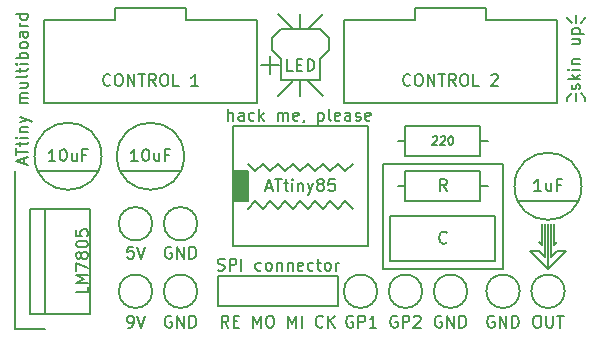
<source format=gto>
G04 (created by PCBNEW (2013-07-07 BZR 4022)-stable) date 24/05/2018 08:43:11*
%MOIN*%
G04 Gerber Fmt 3.4, Leading zero omitted, Abs format*
%FSLAX34Y34*%
G01*
G70*
G90*
G04 APERTURE LIST*
%ADD10C,0.00590551*%
%ADD11C,0.00787402*%
G04 APERTURE END LIST*
G54D10*
G54D11*
X72250Y-65000D02*
X73250Y-65000D01*
X72250Y-59750D02*
X72250Y-65000D01*
X90950Y-57150D02*
X90950Y-57400D01*
X90650Y-57300D02*
X90650Y-57400D01*
X90800Y-57150D02*
X90650Y-57300D01*
X91250Y-57300D02*
X91250Y-57400D01*
X91100Y-57150D02*
X91250Y-57300D01*
X90650Y-54650D02*
X90650Y-54600D01*
X90800Y-54800D02*
X90650Y-54650D01*
X91250Y-54650D02*
X91250Y-54600D01*
X91100Y-54800D02*
X91250Y-54650D01*
X90950Y-54550D02*
X90950Y-54800D01*
X91040Y-57021D02*
X91059Y-56984D01*
X91059Y-56909D01*
X91040Y-56871D01*
X91003Y-56853D01*
X90984Y-56853D01*
X90946Y-56871D01*
X90928Y-56909D01*
X90928Y-56965D01*
X90909Y-57002D01*
X90871Y-57021D01*
X90853Y-57021D01*
X90815Y-57002D01*
X90796Y-56965D01*
X90796Y-56909D01*
X90815Y-56871D01*
X91059Y-56684D02*
X90665Y-56684D01*
X90909Y-56646D02*
X91059Y-56534D01*
X90796Y-56534D02*
X90946Y-56684D01*
X91059Y-56365D02*
X90796Y-56365D01*
X90665Y-56365D02*
X90684Y-56384D01*
X90703Y-56365D01*
X90684Y-56346D01*
X90665Y-56365D01*
X90703Y-56365D01*
X90796Y-56178D02*
X91059Y-56178D01*
X90834Y-56178D02*
X90815Y-56159D01*
X90796Y-56121D01*
X90796Y-56065D01*
X90815Y-56028D01*
X90853Y-56009D01*
X91059Y-56009D01*
X90796Y-55353D02*
X91059Y-55353D01*
X90796Y-55521D02*
X91003Y-55521D01*
X91040Y-55503D01*
X91059Y-55465D01*
X91059Y-55409D01*
X91040Y-55371D01*
X91021Y-55353D01*
X90796Y-55165D02*
X91190Y-55165D01*
X90815Y-55165D02*
X90796Y-55128D01*
X90796Y-55053D01*
X90815Y-55015D01*
X90834Y-54997D01*
X90871Y-54978D01*
X90984Y-54978D01*
X91021Y-54997D01*
X91040Y-55015D01*
X91059Y-55053D01*
X91059Y-55128D01*
X91040Y-55165D01*
X83250Y-60750D02*
X83500Y-61000D01*
X83000Y-61000D02*
X83250Y-60750D01*
X82750Y-60750D02*
X83000Y-61000D01*
X82500Y-61000D02*
X82750Y-60750D01*
X82250Y-60750D02*
X82500Y-61000D01*
X82000Y-61000D02*
X82250Y-60750D01*
X81750Y-60750D02*
X82000Y-61000D01*
X81500Y-61000D02*
X81750Y-60750D01*
X81250Y-60750D02*
X81500Y-61000D01*
X81000Y-61000D02*
X81250Y-60750D01*
X80750Y-60750D02*
X81000Y-61000D01*
X80500Y-61000D02*
X80750Y-60750D01*
X80250Y-60750D02*
X80500Y-61000D01*
X80000Y-61000D02*
X80250Y-60750D01*
X83250Y-59750D02*
X83500Y-59500D01*
X83000Y-59500D02*
X83250Y-59750D01*
X82750Y-59750D02*
X83000Y-59500D01*
X82500Y-59500D02*
X82750Y-59750D01*
X82250Y-59750D02*
X82500Y-59500D01*
X82000Y-59500D02*
X82250Y-59750D01*
X81750Y-59750D02*
X82000Y-59500D01*
X81500Y-59500D02*
X81750Y-59750D01*
X81250Y-59750D02*
X81500Y-59500D01*
X81000Y-59500D02*
X81250Y-59750D01*
X80750Y-59750D02*
X81000Y-59500D01*
X80500Y-59500D02*
X80750Y-59750D01*
X80250Y-59750D02*
X80500Y-59500D01*
X80000Y-59500D02*
X80250Y-59750D01*
X80250Y-59750D02*
X80000Y-59500D01*
X90300Y-62400D02*
X90600Y-62400D01*
X89400Y-62400D02*
X89700Y-62400D01*
X90200Y-62200D02*
X90300Y-62100D01*
X90200Y-61500D02*
X90200Y-62200D01*
X89800Y-62200D02*
X89700Y-62100D01*
X89800Y-61500D02*
X89800Y-62200D01*
X90000Y-63000D02*
X89400Y-62400D01*
X90000Y-63000D02*
X90600Y-62400D01*
X89900Y-61500D02*
X89900Y-62600D01*
X89900Y-62600D02*
X89700Y-62400D01*
X90100Y-62600D02*
X90300Y-62400D01*
X90100Y-61500D02*
X90100Y-62600D01*
X82400Y-55000D02*
X81100Y-55000D01*
X82700Y-55300D02*
X82400Y-55000D01*
X80800Y-55300D02*
X81100Y-55000D01*
X80800Y-55700D02*
X81100Y-56000D01*
X80800Y-55300D02*
X80800Y-55700D01*
X82400Y-56000D02*
X82700Y-55700D01*
X82700Y-55300D02*
X82700Y-55700D01*
X82400Y-56700D02*
X82400Y-56000D01*
X81100Y-56700D02*
X82400Y-56700D01*
X81100Y-56000D02*
X81100Y-56700D01*
X82000Y-55000D02*
X82500Y-54500D01*
X78994Y-63040D02*
X79050Y-63059D01*
X79143Y-63059D01*
X79181Y-63040D01*
X79200Y-63021D01*
X79218Y-62984D01*
X79218Y-62946D01*
X79200Y-62909D01*
X79181Y-62890D01*
X79143Y-62871D01*
X79068Y-62853D01*
X79031Y-62834D01*
X79012Y-62815D01*
X78994Y-62778D01*
X78994Y-62740D01*
X79012Y-62703D01*
X79031Y-62684D01*
X79068Y-62665D01*
X79162Y-62665D01*
X79218Y-62684D01*
X79387Y-63059D02*
X79387Y-62665D01*
X79537Y-62665D01*
X79575Y-62684D01*
X79593Y-62703D01*
X79612Y-62740D01*
X79612Y-62796D01*
X79593Y-62834D01*
X79575Y-62853D01*
X79537Y-62871D01*
X79387Y-62871D01*
X79781Y-63059D02*
X79781Y-62665D01*
X80437Y-63040D02*
X80400Y-63059D01*
X80325Y-63059D01*
X80287Y-63040D01*
X80268Y-63021D01*
X80250Y-62984D01*
X80250Y-62871D01*
X80268Y-62834D01*
X80287Y-62815D01*
X80325Y-62796D01*
X80400Y-62796D01*
X80437Y-62815D01*
X80662Y-63059D02*
X80625Y-63040D01*
X80606Y-63021D01*
X80587Y-62984D01*
X80587Y-62871D01*
X80606Y-62834D01*
X80625Y-62815D01*
X80662Y-62796D01*
X80718Y-62796D01*
X80756Y-62815D01*
X80775Y-62834D01*
X80793Y-62871D01*
X80793Y-62984D01*
X80775Y-63021D01*
X80756Y-63040D01*
X80718Y-63059D01*
X80662Y-63059D01*
X80962Y-62796D02*
X80962Y-63059D01*
X80962Y-62834D02*
X80981Y-62815D01*
X81018Y-62796D01*
X81074Y-62796D01*
X81112Y-62815D01*
X81131Y-62853D01*
X81131Y-63059D01*
X81318Y-62796D02*
X81318Y-63059D01*
X81318Y-62834D02*
X81337Y-62815D01*
X81374Y-62796D01*
X81431Y-62796D01*
X81468Y-62815D01*
X81487Y-62853D01*
X81487Y-63059D01*
X81824Y-63040D02*
X81787Y-63059D01*
X81712Y-63059D01*
X81674Y-63040D01*
X81656Y-63003D01*
X81656Y-62853D01*
X81674Y-62815D01*
X81712Y-62796D01*
X81787Y-62796D01*
X81824Y-62815D01*
X81843Y-62853D01*
X81843Y-62890D01*
X81656Y-62928D01*
X82181Y-63040D02*
X82143Y-63059D01*
X82068Y-63059D01*
X82031Y-63040D01*
X82012Y-63021D01*
X81993Y-62984D01*
X81993Y-62871D01*
X82012Y-62834D01*
X82031Y-62815D01*
X82068Y-62796D01*
X82143Y-62796D01*
X82181Y-62815D01*
X82293Y-62796D02*
X82443Y-62796D01*
X82349Y-62665D02*
X82349Y-63003D01*
X82368Y-63040D01*
X82406Y-63059D01*
X82443Y-63059D01*
X82631Y-63059D02*
X82593Y-63040D01*
X82574Y-63021D01*
X82556Y-62984D01*
X82556Y-62871D01*
X82574Y-62834D01*
X82593Y-62815D01*
X82631Y-62796D01*
X82687Y-62796D01*
X82724Y-62815D01*
X82743Y-62834D01*
X82762Y-62871D01*
X82762Y-62984D01*
X82743Y-63021D01*
X82724Y-63040D01*
X82687Y-63059D01*
X82631Y-63059D01*
X82931Y-63059D02*
X82931Y-62796D01*
X82931Y-62871D02*
X82949Y-62834D01*
X82968Y-62815D01*
X83005Y-62796D01*
X83043Y-62796D01*
X79328Y-58059D02*
X79328Y-57665D01*
X79497Y-58059D02*
X79497Y-57853D01*
X79478Y-57815D01*
X79440Y-57796D01*
X79384Y-57796D01*
X79347Y-57815D01*
X79328Y-57834D01*
X79853Y-58059D02*
X79853Y-57853D01*
X79834Y-57815D01*
X79797Y-57796D01*
X79722Y-57796D01*
X79684Y-57815D01*
X79853Y-58040D02*
X79815Y-58059D01*
X79722Y-58059D01*
X79684Y-58040D01*
X79665Y-58003D01*
X79665Y-57965D01*
X79684Y-57928D01*
X79722Y-57909D01*
X79815Y-57909D01*
X79853Y-57890D01*
X80209Y-58040D02*
X80172Y-58059D01*
X80097Y-58059D01*
X80059Y-58040D01*
X80040Y-58021D01*
X80022Y-57984D01*
X80022Y-57871D01*
X80040Y-57834D01*
X80059Y-57815D01*
X80097Y-57796D01*
X80172Y-57796D01*
X80209Y-57815D01*
X80378Y-58059D02*
X80378Y-57665D01*
X80415Y-57909D02*
X80528Y-58059D01*
X80528Y-57796D02*
X80378Y-57946D01*
X80996Y-58059D02*
X80996Y-57796D01*
X80996Y-57834D02*
X81015Y-57815D01*
X81053Y-57796D01*
X81109Y-57796D01*
X81146Y-57815D01*
X81165Y-57853D01*
X81165Y-58059D01*
X81165Y-57853D02*
X81184Y-57815D01*
X81221Y-57796D01*
X81278Y-57796D01*
X81315Y-57815D01*
X81334Y-57853D01*
X81334Y-58059D01*
X81671Y-58040D02*
X81634Y-58059D01*
X81559Y-58059D01*
X81521Y-58040D01*
X81503Y-58003D01*
X81503Y-57853D01*
X81521Y-57815D01*
X81559Y-57796D01*
X81634Y-57796D01*
X81671Y-57815D01*
X81690Y-57853D01*
X81690Y-57890D01*
X81503Y-57928D01*
X81878Y-58040D02*
X81878Y-58059D01*
X81859Y-58096D01*
X81840Y-58115D01*
X82346Y-57796D02*
X82346Y-58190D01*
X82346Y-57815D02*
X82384Y-57796D01*
X82459Y-57796D01*
X82496Y-57815D01*
X82515Y-57834D01*
X82534Y-57871D01*
X82534Y-57984D01*
X82515Y-58021D01*
X82496Y-58040D01*
X82459Y-58059D01*
X82384Y-58059D01*
X82346Y-58040D01*
X82759Y-58059D02*
X82721Y-58040D01*
X82702Y-58003D01*
X82702Y-57665D01*
X83059Y-58040D02*
X83021Y-58059D01*
X82946Y-58059D01*
X82909Y-58040D01*
X82890Y-58003D01*
X82890Y-57853D01*
X82909Y-57815D01*
X82946Y-57796D01*
X83021Y-57796D01*
X83059Y-57815D01*
X83077Y-57853D01*
X83077Y-57890D01*
X82890Y-57928D01*
X83415Y-58059D02*
X83415Y-57853D01*
X83396Y-57815D01*
X83359Y-57796D01*
X83284Y-57796D01*
X83246Y-57815D01*
X83415Y-58040D02*
X83377Y-58059D01*
X83284Y-58059D01*
X83246Y-58040D01*
X83227Y-58003D01*
X83227Y-57965D01*
X83246Y-57928D01*
X83284Y-57909D01*
X83377Y-57909D01*
X83415Y-57890D01*
X83584Y-58040D02*
X83621Y-58059D01*
X83696Y-58059D01*
X83734Y-58040D01*
X83752Y-58003D01*
X83752Y-57984D01*
X83734Y-57946D01*
X83696Y-57928D01*
X83640Y-57928D01*
X83602Y-57909D01*
X83584Y-57871D01*
X83584Y-57853D01*
X83602Y-57815D01*
X83640Y-57796D01*
X83696Y-57796D01*
X83734Y-57815D01*
X84071Y-58040D02*
X84034Y-58059D01*
X83959Y-58059D01*
X83921Y-58040D01*
X83902Y-58003D01*
X83902Y-57853D01*
X83921Y-57815D01*
X83959Y-57796D01*
X84034Y-57796D01*
X84071Y-57815D01*
X84090Y-57853D01*
X84090Y-57890D01*
X83902Y-57928D01*
X72546Y-59512D02*
X72546Y-59324D01*
X72659Y-59549D02*
X72265Y-59418D01*
X72659Y-59287D01*
X72265Y-59212D02*
X72265Y-58987D01*
X72659Y-59099D02*
X72265Y-59099D01*
X72396Y-58912D02*
X72396Y-58762D01*
X72265Y-58856D02*
X72603Y-58856D01*
X72640Y-58837D01*
X72659Y-58799D01*
X72659Y-58762D01*
X72659Y-58631D02*
X72396Y-58631D01*
X72265Y-58631D02*
X72284Y-58649D01*
X72303Y-58631D01*
X72284Y-58612D01*
X72265Y-58631D01*
X72303Y-58631D01*
X72396Y-58443D02*
X72659Y-58443D01*
X72434Y-58443D02*
X72415Y-58424D01*
X72396Y-58387D01*
X72396Y-58331D01*
X72415Y-58293D01*
X72453Y-58274D01*
X72659Y-58274D01*
X72396Y-58124D02*
X72659Y-58031D01*
X72396Y-57937D02*
X72659Y-58031D01*
X72753Y-58068D01*
X72771Y-58087D01*
X72790Y-58124D01*
X72659Y-57487D02*
X72396Y-57487D01*
X72434Y-57487D02*
X72415Y-57468D01*
X72396Y-57431D01*
X72396Y-57374D01*
X72415Y-57337D01*
X72453Y-57318D01*
X72659Y-57318D01*
X72453Y-57318D02*
X72415Y-57299D01*
X72396Y-57262D01*
X72396Y-57206D01*
X72415Y-57168D01*
X72453Y-57149D01*
X72659Y-57149D01*
X72396Y-56793D02*
X72659Y-56793D01*
X72396Y-56962D02*
X72603Y-56962D01*
X72640Y-56943D01*
X72659Y-56906D01*
X72659Y-56850D01*
X72640Y-56812D01*
X72621Y-56793D01*
X72659Y-56550D02*
X72640Y-56587D01*
X72603Y-56606D01*
X72265Y-56606D01*
X72396Y-56456D02*
X72396Y-56306D01*
X72265Y-56400D02*
X72603Y-56400D01*
X72640Y-56381D01*
X72659Y-56343D01*
X72659Y-56306D01*
X72659Y-56175D02*
X72396Y-56175D01*
X72265Y-56175D02*
X72284Y-56193D01*
X72303Y-56175D01*
X72284Y-56156D01*
X72265Y-56175D01*
X72303Y-56175D01*
X72659Y-55987D02*
X72265Y-55987D01*
X72415Y-55987D02*
X72396Y-55950D01*
X72396Y-55875D01*
X72415Y-55837D01*
X72434Y-55818D01*
X72471Y-55800D01*
X72584Y-55800D01*
X72621Y-55818D01*
X72640Y-55837D01*
X72659Y-55875D01*
X72659Y-55950D01*
X72640Y-55987D01*
X72659Y-55575D02*
X72640Y-55612D01*
X72621Y-55631D01*
X72584Y-55650D01*
X72471Y-55650D01*
X72434Y-55631D01*
X72415Y-55612D01*
X72396Y-55575D01*
X72396Y-55518D01*
X72415Y-55481D01*
X72434Y-55462D01*
X72471Y-55443D01*
X72584Y-55443D01*
X72621Y-55462D01*
X72640Y-55481D01*
X72659Y-55518D01*
X72659Y-55575D01*
X72659Y-55106D02*
X72453Y-55106D01*
X72415Y-55125D01*
X72396Y-55162D01*
X72396Y-55237D01*
X72415Y-55275D01*
X72640Y-55106D02*
X72659Y-55143D01*
X72659Y-55237D01*
X72640Y-55275D01*
X72603Y-55293D01*
X72565Y-55293D01*
X72528Y-55275D01*
X72509Y-55237D01*
X72509Y-55143D01*
X72490Y-55106D01*
X72659Y-54919D02*
X72396Y-54919D01*
X72471Y-54919D02*
X72434Y-54900D01*
X72415Y-54881D01*
X72396Y-54844D01*
X72396Y-54806D01*
X72659Y-54506D02*
X72265Y-54506D01*
X72640Y-54506D02*
X72659Y-54544D01*
X72659Y-54619D01*
X72640Y-54656D01*
X72621Y-54675D01*
X72584Y-54694D01*
X72471Y-54694D01*
X72434Y-54675D01*
X72415Y-54656D01*
X72396Y-54619D01*
X72396Y-54544D01*
X72415Y-54506D01*
X81500Y-55000D02*
X81000Y-54500D01*
X81750Y-55000D02*
X81750Y-54500D01*
X81500Y-56750D02*
X81000Y-57250D01*
X82000Y-56750D02*
X82500Y-57250D01*
X81750Y-56750D02*
X81750Y-57250D01*
X90000Y-61500D02*
X90000Y-63000D01*
X84500Y-63000D02*
X84500Y-59500D01*
X88500Y-63000D02*
X84500Y-63000D01*
X88500Y-59500D02*
X88500Y-63000D01*
X84500Y-59500D02*
X88500Y-59500D01*
G54D10*
X77750Y-59750D02*
X75750Y-59750D01*
X77868Y-59250D02*
G75*
G03X77868Y-59250I-1118J0D01*
G74*
G01*
X80293Y-54712D02*
X80293Y-57468D01*
X73206Y-54712D02*
X73206Y-57468D01*
X73206Y-57468D02*
X80293Y-57468D01*
X77931Y-54318D02*
X77931Y-54712D01*
X77931Y-54712D02*
X80293Y-54712D01*
X75568Y-54318D02*
X75568Y-54712D01*
X75568Y-54712D02*
X73206Y-54712D01*
X75568Y-54318D02*
X77931Y-54318D01*
X90293Y-54712D02*
X90293Y-57468D01*
X83206Y-54712D02*
X83206Y-57468D01*
X83206Y-57468D02*
X90293Y-57468D01*
X87931Y-54318D02*
X87931Y-54712D01*
X87931Y-54712D02*
X90293Y-54712D01*
X85568Y-54318D02*
X85568Y-54712D01*
X85568Y-54712D02*
X83206Y-54712D01*
X85568Y-54318D02*
X87931Y-54318D01*
X75000Y-59750D02*
X73000Y-59750D01*
X75118Y-59250D02*
G75*
G03X75118Y-59250I-1118J0D01*
G74*
G01*
X87750Y-58750D02*
X88000Y-58750D01*
X85000Y-58750D02*
X85250Y-58750D01*
X85250Y-58750D02*
X85250Y-58250D01*
X85250Y-58250D02*
X87750Y-58250D01*
X87750Y-58250D02*
X87750Y-59000D01*
X87750Y-59000D02*
X87750Y-59250D01*
X87750Y-59250D02*
X85250Y-59250D01*
X85250Y-59250D02*
X85250Y-58750D01*
X79950Y-59750D02*
X79950Y-60750D01*
X79900Y-59750D02*
X79900Y-60750D01*
X79850Y-59750D02*
X79850Y-60750D01*
X79800Y-59750D02*
X79800Y-60750D01*
X79750Y-59750D02*
X79750Y-60750D01*
X79700Y-59750D02*
X79700Y-60750D01*
X79650Y-59750D02*
X79650Y-60750D01*
X79600Y-59750D02*
X79600Y-60750D01*
X79550Y-59750D02*
X79550Y-60750D01*
X79500Y-62250D02*
X84000Y-62250D01*
X79500Y-58250D02*
X84000Y-58250D01*
X84000Y-58250D02*
X84000Y-62250D01*
X79500Y-59750D02*
X80000Y-59750D01*
X80000Y-59750D02*
X80000Y-60750D01*
X80000Y-60750D02*
X79500Y-60750D01*
X79500Y-58250D02*
X79500Y-62250D01*
X76806Y-63750D02*
G75*
G03X76806Y-63750I-556J0D01*
G74*
G01*
X78306Y-63750D02*
G75*
G03X78306Y-63750I-556J0D01*
G74*
G01*
X90556Y-63750D02*
G75*
G03X90556Y-63750I-556J0D01*
G74*
G01*
X87306Y-63750D02*
G75*
G03X87306Y-63750I-556J0D01*
G74*
G01*
X89056Y-63750D02*
G75*
G03X89056Y-63750I-556J0D01*
G74*
G01*
X78306Y-61500D02*
G75*
G03X78306Y-61500I-556J0D01*
G74*
G01*
X76806Y-61500D02*
G75*
G03X76806Y-61500I-556J0D01*
G74*
G01*
X85806Y-63750D02*
G75*
G03X85806Y-63750I-556J0D01*
G74*
G01*
X84306Y-63750D02*
G75*
G03X84306Y-63750I-556J0D01*
G74*
G01*
X73250Y-64500D02*
X73250Y-61000D01*
X74750Y-61000D02*
X72750Y-61000D01*
X74750Y-64500D02*
X72750Y-64500D01*
X72750Y-64500D02*
X72750Y-61000D01*
X74750Y-64500D02*
X74750Y-61000D01*
X91000Y-60750D02*
X89000Y-60750D01*
X91118Y-60250D02*
G75*
G03X91118Y-60250I-1118J0D01*
G74*
G01*
X79000Y-64250D02*
X83000Y-64250D01*
X79000Y-63250D02*
X83000Y-63250D01*
X79000Y-63250D02*
X79000Y-64250D01*
X83000Y-63250D02*
X83000Y-64250D01*
X87750Y-60250D02*
X88000Y-60250D01*
X85000Y-60250D02*
X85250Y-60250D01*
X85250Y-60250D02*
X85250Y-59750D01*
X85250Y-59750D02*
X87750Y-59750D01*
X87750Y-59750D02*
X87750Y-60500D01*
X87750Y-60500D02*
X87750Y-60750D01*
X87750Y-60750D02*
X85250Y-60750D01*
X85250Y-60750D02*
X85250Y-60250D01*
X88250Y-62750D02*
X84750Y-62750D01*
X84750Y-62750D02*
X84750Y-61250D01*
X84750Y-61250D02*
X88250Y-61250D01*
X88250Y-61250D02*
X88250Y-62750D01*
X81050Y-56200D02*
X80450Y-56200D01*
X80750Y-55900D02*
X80750Y-56500D01*
G54D11*
X76328Y-59409D02*
X76103Y-59409D01*
X76215Y-59409D02*
X76215Y-59015D01*
X76178Y-59071D01*
X76140Y-59109D01*
X76103Y-59128D01*
X76571Y-59015D02*
X76609Y-59015D01*
X76646Y-59034D01*
X76665Y-59053D01*
X76684Y-59090D01*
X76703Y-59165D01*
X76703Y-59259D01*
X76684Y-59334D01*
X76665Y-59371D01*
X76646Y-59390D01*
X76609Y-59409D01*
X76571Y-59409D01*
X76534Y-59390D01*
X76515Y-59371D01*
X76496Y-59334D01*
X76478Y-59259D01*
X76478Y-59165D01*
X76496Y-59090D01*
X76515Y-59053D01*
X76534Y-59034D01*
X76571Y-59015D01*
X77040Y-59146D02*
X77040Y-59409D01*
X76871Y-59146D02*
X76871Y-59353D01*
X76890Y-59390D01*
X76928Y-59409D01*
X76984Y-59409D01*
X77021Y-59390D01*
X77040Y-59371D01*
X77359Y-59203D02*
X77228Y-59203D01*
X77228Y-59409D02*
X77228Y-59015D01*
X77415Y-59015D01*
X75409Y-56871D02*
X75390Y-56890D01*
X75334Y-56909D01*
X75297Y-56909D01*
X75240Y-56890D01*
X75203Y-56853D01*
X75184Y-56815D01*
X75165Y-56740D01*
X75165Y-56684D01*
X75184Y-56609D01*
X75203Y-56571D01*
X75240Y-56534D01*
X75297Y-56515D01*
X75334Y-56515D01*
X75390Y-56534D01*
X75409Y-56553D01*
X75653Y-56515D02*
X75728Y-56515D01*
X75765Y-56534D01*
X75803Y-56571D01*
X75821Y-56646D01*
X75821Y-56778D01*
X75803Y-56853D01*
X75765Y-56890D01*
X75728Y-56909D01*
X75653Y-56909D01*
X75615Y-56890D01*
X75578Y-56853D01*
X75559Y-56778D01*
X75559Y-56646D01*
X75578Y-56571D01*
X75615Y-56534D01*
X75653Y-56515D01*
X75990Y-56909D02*
X75990Y-56515D01*
X76215Y-56909D01*
X76215Y-56515D01*
X76346Y-56515D02*
X76571Y-56515D01*
X76459Y-56909D02*
X76459Y-56515D01*
X76928Y-56909D02*
X76796Y-56721D01*
X76703Y-56909D02*
X76703Y-56515D01*
X76853Y-56515D01*
X76890Y-56534D01*
X76909Y-56553D01*
X76928Y-56590D01*
X76928Y-56646D01*
X76909Y-56684D01*
X76890Y-56703D01*
X76853Y-56721D01*
X76703Y-56721D01*
X77171Y-56515D02*
X77246Y-56515D01*
X77284Y-56534D01*
X77321Y-56571D01*
X77340Y-56646D01*
X77340Y-56778D01*
X77321Y-56853D01*
X77284Y-56890D01*
X77246Y-56909D01*
X77171Y-56909D01*
X77134Y-56890D01*
X77096Y-56853D01*
X77078Y-56778D01*
X77078Y-56646D01*
X77096Y-56571D01*
X77134Y-56534D01*
X77171Y-56515D01*
X77696Y-56909D02*
X77509Y-56909D01*
X77509Y-56515D01*
X78334Y-56909D02*
X78109Y-56909D01*
X78221Y-56909D02*
X78221Y-56515D01*
X78184Y-56571D01*
X78146Y-56609D01*
X78109Y-56628D01*
X85409Y-56871D02*
X85390Y-56890D01*
X85334Y-56909D01*
X85297Y-56909D01*
X85240Y-56890D01*
X85203Y-56853D01*
X85184Y-56815D01*
X85165Y-56740D01*
X85165Y-56684D01*
X85184Y-56609D01*
X85203Y-56571D01*
X85240Y-56534D01*
X85297Y-56515D01*
X85334Y-56515D01*
X85390Y-56534D01*
X85409Y-56553D01*
X85653Y-56515D02*
X85728Y-56515D01*
X85765Y-56534D01*
X85803Y-56571D01*
X85821Y-56646D01*
X85821Y-56778D01*
X85803Y-56853D01*
X85765Y-56890D01*
X85728Y-56909D01*
X85653Y-56909D01*
X85615Y-56890D01*
X85578Y-56853D01*
X85559Y-56778D01*
X85559Y-56646D01*
X85578Y-56571D01*
X85615Y-56534D01*
X85653Y-56515D01*
X85990Y-56909D02*
X85990Y-56515D01*
X86215Y-56909D01*
X86215Y-56515D01*
X86346Y-56515D02*
X86571Y-56515D01*
X86459Y-56909D02*
X86459Y-56515D01*
X86928Y-56909D02*
X86796Y-56721D01*
X86703Y-56909D02*
X86703Y-56515D01*
X86853Y-56515D01*
X86890Y-56534D01*
X86909Y-56553D01*
X86928Y-56590D01*
X86928Y-56646D01*
X86909Y-56684D01*
X86890Y-56703D01*
X86853Y-56721D01*
X86703Y-56721D01*
X87171Y-56515D02*
X87246Y-56515D01*
X87284Y-56534D01*
X87321Y-56571D01*
X87340Y-56646D01*
X87340Y-56778D01*
X87321Y-56853D01*
X87284Y-56890D01*
X87246Y-56909D01*
X87171Y-56909D01*
X87134Y-56890D01*
X87096Y-56853D01*
X87078Y-56778D01*
X87078Y-56646D01*
X87096Y-56571D01*
X87134Y-56534D01*
X87171Y-56515D01*
X87696Y-56909D02*
X87509Y-56909D01*
X87509Y-56515D01*
X88109Y-56553D02*
X88127Y-56534D01*
X88165Y-56515D01*
X88259Y-56515D01*
X88296Y-56534D01*
X88315Y-56553D01*
X88334Y-56590D01*
X88334Y-56628D01*
X88315Y-56684D01*
X88090Y-56909D01*
X88334Y-56909D01*
X73578Y-59409D02*
X73353Y-59409D01*
X73465Y-59409D02*
X73465Y-59015D01*
X73428Y-59071D01*
X73390Y-59109D01*
X73353Y-59128D01*
X73821Y-59015D02*
X73859Y-59015D01*
X73896Y-59034D01*
X73915Y-59053D01*
X73934Y-59090D01*
X73953Y-59165D01*
X73953Y-59259D01*
X73934Y-59334D01*
X73915Y-59371D01*
X73896Y-59390D01*
X73859Y-59409D01*
X73821Y-59409D01*
X73784Y-59390D01*
X73765Y-59371D01*
X73746Y-59334D01*
X73728Y-59259D01*
X73728Y-59165D01*
X73746Y-59090D01*
X73765Y-59053D01*
X73784Y-59034D01*
X73821Y-59015D01*
X74290Y-59146D02*
X74290Y-59409D01*
X74121Y-59146D02*
X74121Y-59353D01*
X74140Y-59390D01*
X74178Y-59409D01*
X74234Y-59409D01*
X74271Y-59390D01*
X74290Y-59371D01*
X74609Y-59203D02*
X74478Y-59203D01*
X74478Y-59409D02*
X74478Y-59015D01*
X74665Y-59015D01*
G54D10*
X86158Y-58612D02*
X86171Y-58599D01*
X86198Y-58585D01*
X86263Y-58585D01*
X86290Y-58599D01*
X86303Y-58612D01*
X86316Y-58638D01*
X86316Y-58664D01*
X86303Y-58704D01*
X86145Y-58861D01*
X86316Y-58861D01*
X86421Y-58612D02*
X86434Y-58599D01*
X86460Y-58585D01*
X86526Y-58585D01*
X86552Y-58599D01*
X86565Y-58612D01*
X86578Y-58638D01*
X86578Y-58664D01*
X86565Y-58704D01*
X86408Y-58861D01*
X86578Y-58861D01*
X86749Y-58585D02*
X86775Y-58585D01*
X86801Y-58599D01*
X86814Y-58612D01*
X86828Y-58638D01*
X86841Y-58690D01*
X86841Y-58756D01*
X86828Y-58809D01*
X86814Y-58835D01*
X86801Y-58848D01*
X86775Y-58861D01*
X86749Y-58861D01*
X86723Y-58848D01*
X86709Y-58835D01*
X86696Y-58809D01*
X86683Y-58756D01*
X86683Y-58690D01*
X86696Y-58638D01*
X86709Y-58612D01*
X86723Y-58599D01*
X86749Y-58585D01*
G54D11*
X80597Y-60296D02*
X80784Y-60296D01*
X80559Y-60409D02*
X80690Y-60015D01*
X80821Y-60409D01*
X80896Y-60015D02*
X81121Y-60015D01*
X81009Y-60409D02*
X81009Y-60015D01*
X81196Y-60146D02*
X81346Y-60146D01*
X81253Y-60015D02*
X81253Y-60353D01*
X81271Y-60390D01*
X81309Y-60409D01*
X81346Y-60409D01*
X81478Y-60409D02*
X81478Y-60146D01*
X81478Y-60015D02*
X81459Y-60034D01*
X81478Y-60053D01*
X81496Y-60034D01*
X81478Y-60015D01*
X81478Y-60053D01*
X81665Y-60146D02*
X81665Y-60409D01*
X81665Y-60184D02*
X81684Y-60165D01*
X81721Y-60146D01*
X81778Y-60146D01*
X81815Y-60165D01*
X81834Y-60203D01*
X81834Y-60409D01*
X81984Y-60146D02*
X82078Y-60409D01*
X82171Y-60146D02*
X82078Y-60409D01*
X82040Y-60503D01*
X82021Y-60521D01*
X81984Y-60540D01*
X82378Y-60184D02*
X82340Y-60165D01*
X82321Y-60146D01*
X82303Y-60109D01*
X82303Y-60090D01*
X82321Y-60053D01*
X82340Y-60034D01*
X82378Y-60015D01*
X82453Y-60015D01*
X82490Y-60034D01*
X82509Y-60053D01*
X82528Y-60090D01*
X82528Y-60109D01*
X82509Y-60146D01*
X82490Y-60165D01*
X82453Y-60184D01*
X82378Y-60184D01*
X82340Y-60203D01*
X82321Y-60221D01*
X82303Y-60259D01*
X82303Y-60334D01*
X82321Y-60371D01*
X82340Y-60390D01*
X82378Y-60409D01*
X82453Y-60409D01*
X82490Y-60390D01*
X82509Y-60371D01*
X82528Y-60334D01*
X82528Y-60259D01*
X82509Y-60221D01*
X82490Y-60203D01*
X82453Y-60184D01*
X82884Y-60015D02*
X82696Y-60015D01*
X82678Y-60203D01*
X82696Y-60184D01*
X82734Y-60165D01*
X82827Y-60165D01*
X82865Y-60184D01*
X82884Y-60203D01*
X82902Y-60240D01*
X82902Y-60334D01*
X82884Y-60371D01*
X82865Y-60390D01*
X82827Y-60409D01*
X82734Y-60409D01*
X82696Y-60390D01*
X82678Y-60371D01*
X76006Y-64959D02*
X76081Y-64959D01*
X76118Y-64940D01*
X76137Y-64921D01*
X76175Y-64865D01*
X76193Y-64790D01*
X76193Y-64640D01*
X76175Y-64603D01*
X76156Y-64584D01*
X76118Y-64565D01*
X76043Y-64565D01*
X76006Y-64584D01*
X75987Y-64603D01*
X75968Y-64640D01*
X75968Y-64734D01*
X75987Y-64771D01*
X76006Y-64790D01*
X76043Y-64809D01*
X76118Y-64809D01*
X76156Y-64790D01*
X76175Y-64771D01*
X76193Y-64734D01*
X76306Y-64565D02*
X76437Y-64959D01*
X76568Y-64565D01*
X77450Y-64584D02*
X77412Y-64565D01*
X77356Y-64565D01*
X77300Y-64584D01*
X77262Y-64621D01*
X77243Y-64659D01*
X77225Y-64734D01*
X77225Y-64790D01*
X77243Y-64865D01*
X77262Y-64903D01*
X77300Y-64940D01*
X77356Y-64959D01*
X77393Y-64959D01*
X77450Y-64940D01*
X77468Y-64921D01*
X77468Y-64790D01*
X77393Y-64790D01*
X77637Y-64959D02*
X77637Y-64565D01*
X77862Y-64959D01*
X77862Y-64565D01*
X78049Y-64959D02*
X78049Y-64565D01*
X78143Y-64565D01*
X78199Y-64584D01*
X78237Y-64621D01*
X78256Y-64659D01*
X78274Y-64734D01*
X78274Y-64790D01*
X78256Y-64865D01*
X78237Y-64903D01*
X78199Y-64940D01*
X78143Y-64959D01*
X78049Y-64959D01*
X89606Y-64565D02*
X89681Y-64565D01*
X89718Y-64584D01*
X89756Y-64621D01*
X89775Y-64696D01*
X89775Y-64828D01*
X89756Y-64903D01*
X89718Y-64940D01*
X89681Y-64959D01*
X89606Y-64959D01*
X89568Y-64940D01*
X89531Y-64903D01*
X89512Y-64828D01*
X89512Y-64696D01*
X89531Y-64621D01*
X89568Y-64584D01*
X89606Y-64565D01*
X89943Y-64565D02*
X89943Y-64884D01*
X89962Y-64921D01*
X89981Y-64940D01*
X90018Y-64959D01*
X90093Y-64959D01*
X90131Y-64940D01*
X90149Y-64921D01*
X90168Y-64884D01*
X90168Y-64565D01*
X90299Y-64565D02*
X90524Y-64565D01*
X90412Y-64959D02*
X90412Y-64565D01*
X86450Y-64584D02*
X86412Y-64565D01*
X86356Y-64565D01*
X86300Y-64584D01*
X86262Y-64621D01*
X86243Y-64659D01*
X86225Y-64734D01*
X86225Y-64790D01*
X86243Y-64865D01*
X86262Y-64903D01*
X86300Y-64940D01*
X86356Y-64959D01*
X86393Y-64959D01*
X86450Y-64940D01*
X86468Y-64921D01*
X86468Y-64790D01*
X86393Y-64790D01*
X86637Y-64959D02*
X86637Y-64565D01*
X86862Y-64959D01*
X86862Y-64565D01*
X87049Y-64959D02*
X87049Y-64565D01*
X87143Y-64565D01*
X87199Y-64584D01*
X87237Y-64621D01*
X87256Y-64659D01*
X87274Y-64734D01*
X87274Y-64790D01*
X87256Y-64865D01*
X87237Y-64903D01*
X87199Y-64940D01*
X87143Y-64959D01*
X87049Y-64959D01*
X88200Y-64584D02*
X88162Y-64565D01*
X88106Y-64565D01*
X88050Y-64584D01*
X88012Y-64621D01*
X87993Y-64659D01*
X87975Y-64734D01*
X87975Y-64790D01*
X87993Y-64865D01*
X88012Y-64903D01*
X88050Y-64940D01*
X88106Y-64959D01*
X88143Y-64959D01*
X88200Y-64940D01*
X88218Y-64921D01*
X88218Y-64790D01*
X88143Y-64790D01*
X88387Y-64959D02*
X88387Y-64565D01*
X88612Y-64959D01*
X88612Y-64565D01*
X88799Y-64959D02*
X88799Y-64565D01*
X88893Y-64565D01*
X88949Y-64584D01*
X88987Y-64621D01*
X89006Y-64659D01*
X89024Y-64734D01*
X89024Y-64790D01*
X89006Y-64865D01*
X88987Y-64903D01*
X88949Y-64940D01*
X88893Y-64959D01*
X88799Y-64959D01*
X77450Y-62284D02*
X77412Y-62265D01*
X77356Y-62265D01*
X77300Y-62284D01*
X77262Y-62321D01*
X77243Y-62359D01*
X77225Y-62434D01*
X77225Y-62490D01*
X77243Y-62565D01*
X77262Y-62603D01*
X77300Y-62640D01*
X77356Y-62659D01*
X77393Y-62659D01*
X77450Y-62640D01*
X77468Y-62621D01*
X77468Y-62490D01*
X77393Y-62490D01*
X77637Y-62659D02*
X77637Y-62265D01*
X77862Y-62659D01*
X77862Y-62265D01*
X78049Y-62659D02*
X78049Y-62265D01*
X78143Y-62265D01*
X78199Y-62284D01*
X78237Y-62321D01*
X78256Y-62359D01*
X78274Y-62434D01*
X78274Y-62490D01*
X78256Y-62565D01*
X78237Y-62603D01*
X78199Y-62640D01*
X78143Y-62659D01*
X78049Y-62659D01*
X76175Y-62265D02*
X75987Y-62265D01*
X75968Y-62453D01*
X75987Y-62434D01*
X76025Y-62415D01*
X76118Y-62415D01*
X76156Y-62434D01*
X76175Y-62453D01*
X76193Y-62490D01*
X76193Y-62584D01*
X76175Y-62621D01*
X76156Y-62640D01*
X76118Y-62659D01*
X76025Y-62659D01*
X75987Y-62640D01*
X75968Y-62621D01*
X76306Y-62265D02*
X76437Y-62659D01*
X76568Y-62265D01*
X84968Y-64584D02*
X84931Y-64565D01*
X84875Y-64565D01*
X84818Y-64584D01*
X84781Y-64621D01*
X84762Y-64659D01*
X84743Y-64734D01*
X84743Y-64790D01*
X84762Y-64865D01*
X84781Y-64903D01*
X84818Y-64940D01*
X84875Y-64959D01*
X84912Y-64959D01*
X84968Y-64940D01*
X84987Y-64921D01*
X84987Y-64790D01*
X84912Y-64790D01*
X85156Y-64959D02*
X85156Y-64565D01*
X85306Y-64565D01*
X85343Y-64584D01*
X85362Y-64603D01*
X85381Y-64640D01*
X85381Y-64696D01*
X85362Y-64734D01*
X85343Y-64753D01*
X85306Y-64771D01*
X85156Y-64771D01*
X85531Y-64603D02*
X85549Y-64584D01*
X85587Y-64565D01*
X85681Y-64565D01*
X85718Y-64584D01*
X85737Y-64603D01*
X85756Y-64640D01*
X85756Y-64678D01*
X85737Y-64734D01*
X85512Y-64959D01*
X85756Y-64959D01*
X83493Y-64584D02*
X83456Y-64565D01*
X83400Y-64565D01*
X83343Y-64584D01*
X83306Y-64621D01*
X83287Y-64659D01*
X83268Y-64734D01*
X83268Y-64790D01*
X83287Y-64865D01*
X83306Y-64903D01*
X83343Y-64940D01*
X83400Y-64959D01*
X83437Y-64959D01*
X83493Y-64940D01*
X83512Y-64921D01*
X83512Y-64790D01*
X83437Y-64790D01*
X83681Y-64959D02*
X83681Y-64565D01*
X83831Y-64565D01*
X83868Y-64584D01*
X83887Y-64603D01*
X83906Y-64640D01*
X83906Y-64696D01*
X83887Y-64734D01*
X83868Y-64753D01*
X83831Y-64771D01*
X83681Y-64771D01*
X84281Y-64959D02*
X84056Y-64959D01*
X84168Y-64959D02*
X84168Y-64565D01*
X84131Y-64621D01*
X84093Y-64659D01*
X84056Y-64678D01*
X74659Y-63603D02*
X74659Y-63790D01*
X74265Y-63790D01*
X74659Y-63471D02*
X74265Y-63471D01*
X74546Y-63340D01*
X74265Y-63209D01*
X74659Y-63209D01*
X74265Y-63059D02*
X74265Y-62796D01*
X74659Y-62965D01*
X74434Y-62590D02*
X74415Y-62628D01*
X74396Y-62646D01*
X74359Y-62665D01*
X74340Y-62665D01*
X74303Y-62646D01*
X74284Y-62628D01*
X74265Y-62590D01*
X74265Y-62515D01*
X74284Y-62478D01*
X74303Y-62459D01*
X74340Y-62440D01*
X74359Y-62440D01*
X74396Y-62459D01*
X74415Y-62478D01*
X74434Y-62515D01*
X74434Y-62590D01*
X74453Y-62628D01*
X74471Y-62646D01*
X74509Y-62665D01*
X74584Y-62665D01*
X74621Y-62646D01*
X74640Y-62628D01*
X74659Y-62590D01*
X74659Y-62515D01*
X74640Y-62478D01*
X74621Y-62459D01*
X74584Y-62440D01*
X74509Y-62440D01*
X74471Y-62459D01*
X74453Y-62478D01*
X74434Y-62515D01*
X74265Y-62196D02*
X74265Y-62159D01*
X74284Y-62121D01*
X74303Y-62103D01*
X74340Y-62084D01*
X74415Y-62065D01*
X74509Y-62065D01*
X74584Y-62084D01*
X74621Y-62103D01*
X74640Y-62121D01*
X74659Y-62159D01*
X74659Y-62196D01*
X74640Y-62234D01*
X74621Y-62253D01*
X74584Y-62271D01*
X74509Y-62290D01*
X74415Y-62290D01*
X74340Y-62271D01*
X74303Y-62253D01*
X74284Y-62234D01*
X74265Y-62196D01*
X74265Y-61709D02*
X74265Y-61896D01*
X74453Y-61915D01*
X74434Y-61896D01*
X74415Y-61859D01*
X74415Y-61765D01*
X74434Y-61728D01*
X74453Y-61709D01*
X74490Y-61690D01*
X74584Y-61690D01*
X74621Y-61709D01*
X74640Y-61728D01*
X74659Y-61765D01*
X74659Y-61859D01*
X74640Y-61896D01*
X74621Y-61915D01*
X89765Y-60409D02*
X89540Y-60409D01*
X89653Y-60409D02*
X89653Y-60015D01*
X89615Y-60071D01*
X89578Y-60109D01*
X89540Y-60128D01*
X90103Y-60146D02*
X90103Y-60409D01*
X89934Y-60146D02*
X89934Y-60353D01*
X89953Y-60390D01*
X89990Y-60409D01*
X90046Y-60409D01*
X90084Y-60390D01*
X90103Y-60371D01*
X90421Y-60203D02*
X90290Y-60203D01*
X90290Y-60409D02*
X90290Y-60015D01*
X90478Y-60015D01*
X79350Y-64959D02*
X79218Y-64771D01*
X79125Y-64959D02*
X79125Y-64565D01*
X79275Y-64565D01*
X79312Y-64584D01*
X79331Y-64603D01*
X79350Y-64640D01*
X79350Y-64696D01*
X79331Y-64734D01*
X79312Y-64753D01*
X79275Y-64771D01*
X79125Y-64771D01*
X79518Y-64753D02*
X79650Y-64753D01*
X79706Y-64959D02*
X79518Y-64959D01*
X79518Y-64565D01*
X79706Y-64565D01*
X80175Y-64959D02*
X80175Y-64565D01*
X80306Y-64846D01*
X80437Y-64565D01*
X80437Y-64959D01*
X80700Y-64565D02*
X80775Y-64565D01*
X80812Y-64584D01*
X80850Y-64621D01*
X80868Y-64696D01*
X80868Y-64828D01*
X80850Y-64903D01*
X80812Y-64940D01*
X80775Y-64959D01*
X80700Y-64959D01*
X80662Y-64940D01*
X80625Y-64903D01*
X80606Y-64828D01*
X80606Y-64696D01*
X80625Y-64621D01*
X80662Y-64584D01*
X80700Y-64565D01*
X81337Y-64959D02*
X81337Y-64565D01*
X81468Y-64846D01*
X81599Y-64565D01*
X81599Y-64959D01*
X81787Y-64959D02*
X81787Y-64565D01*
X82499Y-64921D02*
X82481Y-64940D01*
X82424Y-64959D01*
X82387Y-64959D01*
X82331Y-64940D01*
X82293Y-64903D01*
X82274Y-64865D01*
X82256Y-64790D01*
X82256Y-64734D01*
X82274Y-64659D01*
X82293Y-64621D01*
X82331Y-64584D01*
X82387Y-64565D01*
X82424Y-64565D01*
X82481Y-64584D01*
X82499Y-64603D01*
X82668Y-64959D02*
X82668Y-64565D01*
X82893Y-64959D02*
X82724Y-64734D01*
X82893Y-64565D02*
X82668Y-64790D01*
X86621Y-60409D02*
X86490Y-60221D01*
X86396Y-60409D02*
X86396Y-60015D01*
X86546Y-60015D01*
X86584Y-60034D01*
X86603Y-60053D01*
X86621Y-60090D01*
X86621Y-60146D01*
X86603Y-60184D01*
X86584Y-60203D01*
X86546Y-60221D01*
X86396Y-60221D01*
X86621Y-62121D02*
X86603Y-62140D01*
X86546Y-62159D01*
X86509Y-62159D01*
X86453Y-62140D01*
X86415Y-62103D01*
X86396Y-62065D01*
X86378Y-61990D01*
X86378Y-61934D01*
X86396Y-61859D01*
X86415Y-61821D01*
X86453Y-61784D01*
X86509Y-61765D01*
X86546Y-61765D01*
X86603Y-61784D01*
X86621Y-61803D01*
X81496Y-56409D02*
X81309Y-56409D01*
X81309Y-56015D01*
X81628Y-56203D02*
X81759Y-56203D01*
X81815Y-56409D02*
X81628Y-56409D01*
X81628Y-56015D01*
X81815Y-56015D01*
X81984Y-56409D02*
X81984Y-56015D01*
X82078Y-56015D01*
X82134Y-56034D01*
X82171Y-56071D01*
X82190Y-56109D01*
X82209Y-56184D01*
X82209Y-56240D01*
X82190Y-56315D01*
X82171Y-56353D01*
X82134Y-56390D01*
X82078Y-56409D01*
X81984Y-56409D01*
M02*

</source>
